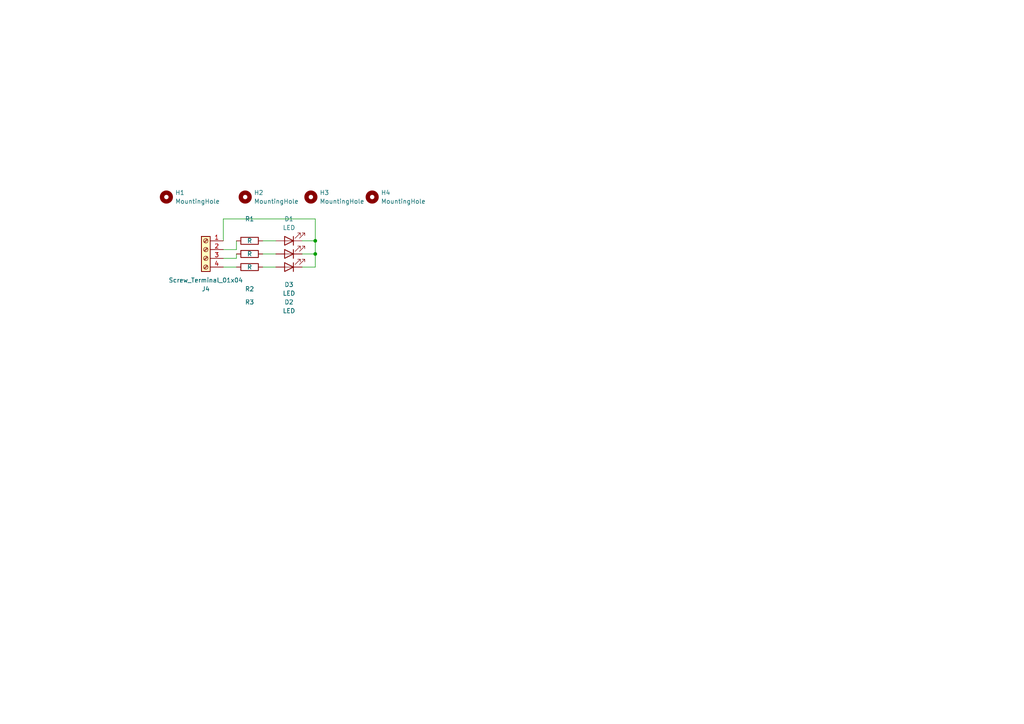
<source format=kicad_sch>
(kicad_sch (version 20230121) (generator eeschema)
  (paper "A4")
  (lib_symbols
    (symbol "Connector:Screw_Terminal_01x04" (pin_names (offset 1.016) hide)
      (property "Reference" "J" (at 0 5.08 0))
      (property "Value" "Screw_Terminal_01x04" (at 0 -7.62 0))
      (symbol "Screw_Terminal_01x04_1_1"
        (rectangle (start -1.27 3.81) (end 1.27 -6.35) (stroke (width 0.254)) (fill (type background)))
        (circle (center 0 -5.08) (radius 0.635) (stroke (width 0.1524)))
        (circle (center 0 -2.54) (radius 0.635) (stroke (width 0.1524)))
        (polyline (pts (xy -0.5334 -4.7498) (xy 0.3302 -5.588)) (stroke (width 0.1524)))
        (polyline (pts (xy -0.5334 -2.2098) (xy 0.3302 -3.048)) (stroke (width 0.1524)))
        (polyline (pts (xy -0.5334 0.3302) (xy 0.3302 -0.508)) (stroke (width 0.1524)))
        (polyline (pts (xy -0.5334 2.8702) (xy 0.3302 2.032)) (stroke (width 0.1524)))
        (polyline (pts (xy -0.3556 -4.572) (xy 0.508 -5.4102)) (stroke (width 0.1524)))
        (polyline (pts (xy -0.3556 -2.032) (xy 0.508 -2.8702)) (stroke (width 0.1524)))
        (polyline (pts (xy -0.3556 0.508) (xy 0.508 -0.3302)) (stroke (width 0.1524)))
        (polyline (pts (xy -0.3556 3.048) (xy 0.508 2.2098)) (stroke (width 0.1524)))
        (circle (center 0 0) (radius 0.635) (stroke (width 0.1524)))
        (circle (center 0 2.54) (radius 0.635) (stroke (width 0.1524)))
        (pin passive line (at -5.08 2.54 0) (length 3.81) (name "Pin_1") (number "1"))
        (pin passive line (at -5.08 0 0) (length 3.81) (name "Pin_2") (number "2"))
        (pin passive line (at -5.08 -2.54 0) (length 3.81) (name "Pin_3") (number "3"))
        (pin passive line (at -5.08 -5.08 0) (length 3.81) (name "Pin_4") (number "4"))
      )
    )
    (symbol "Device:LED" (pin_numbers hide) (pin_names (offset 1.016) hide)
      (property "Reference" "D" (at 0 2.54 0))
      (property "Value" "LED" (at 0 -2.54 0))
      (symbol "LED_0_1"
        (polyline (pts (xy -1.27 -1.27) (xy -1.27 1.27)) (stroke (width 0.254)))
        (polyline (pts (xy -1.27 0) (xy 1.27 0)))
        (polyline (pts (xy 1.27 -1.27) (xy 1.27 1.27) (xy -1.27 0) (xy 1.27 -1.27)) (stroke (width 0.254)))
        (polyline (pts (xy -3.048 -0.762) (xy -4.572 -2.286) (xy -3.81 -2.286) (xy -4.572 -2.286) (xy -4.572 -1.524)))
        (polyline (pts (xy -1.778 -0.762) (xy -3.302 -2.286) (xy -2.54 -2.286) (xy -3.302 -2.286) (xy -3.302 -1.524)))
      )
      (symbol "LED_1_1"
        (pin passive line (at -3.81 0 0) (length 2.54) (name "K") (number "1"))
        (pin passive line (at 3.81 0 180) (length 2.54) (name "A") (number "2"))
      )
    )
    (symbol "Device:R" (pin_numbers hide) (pin_names (offset 0))
      (property "Reference" "R" (at 2.032 0 90))
      (property "Value" "R" (at 0 0 90))
      (symbol "R_0_1"
        (rectangle (start -1.016 -2.54) (end 1.016 2.54) (stroke (width 0.254)))
      )
      (symbol "R_1_1"
        (pin passive line (at 0 3.81 270) (length 1.27) (name "~") (number "1"))
        (pin passive line (at 0 -3.81 90) (length 1.27) (name "~") (number "2"))
      )
    )
    (symbol "Mechanical:MountingHole" (pin_names (offset 1.016))
      (property "Reference" "H" (at 0 5.08 0))
      (property "Value" "MountingHole" (at 0 3.175 0))
      (symbol "MountingHole_0_1"
        (circle (center 0 0) (radius 1.27) (stroke (width 1.27)))
      )
    )
  )
  (junction (at 91.44 73.66))
  (junction (at 91.44 69.85))
  (wire (pts (xy 76.2 73.66) (xy 80.01 73.66)))
  (wire (pts (xy 91.44 77.47) (xy 91.44 73.66)))
  (wire (pts (xy 87.63 69.85) (xy 91.44 69.85)))
  (wire (pts (xy 64.77 63.5) (xy 64.77 69.85)))
  (wire (pts (xy 64.77 72.39) (xy 68.58 72.39)))
  (wire (pts (xy 68.58 72.39) (xy 68.58 69.85)))
  (wire (pts (xy 91.44 63.5) (xy 64.77 63.5)))
  (wire (pts (xy 64.77 74.93) (xy 68.58 74.93)))
  (wire (pts (xy 91.44 69.85) (xy 91.44 63.5)))
  (wire (pts (xy 64.77 77.47) (xy 68.58 77.47)))
  (wire (pts (xy 87.63 73.66) (xy 91.44 73.66)))
  (wire (pts (xy 91.44 73.66) (xy 91.44 69.85)))
  (wire (pts (xy 87.63 77.47) (xy 91.44 77.47)))
  (wire (pts (xy 76.2 69.85) (xy 80.01 69.85)))
  (wire (pts (xy 76.2 77.47) (xy 80.01 77.47)))
  (wire (pts (xy 68.58 74.93) (xy 68.58 73.66)))
  (symbol (lib_id "Device:R") (at 72.39 77.47 90) (unit 1)
    (property "Reference" "R3" (at 72.39 87.63 90))
    (property "Value" "R" (at 72.39 73.66 90))
    (property "Footprint" "Resistor_THT:R_Axial_DIN0204_L3.6mm_D1.6mm_P5.08mm_Horizontal" (effects hide))
  )
  (symbol (lib_id "Connector:Screw_Terminal_01x04") (at 59.69 72.39 0) (mirror y) (unit 1)
    (property "Reference" "J4" (at 59.69 83.82 0))
    (property "Value" "Screw_Terminal_01x04" (at 59.69 81.28 0))
    (property "Footprint" "TerminalBlock_Phoenix:TerminalBlock_Phoenix_MPT-0,5-4-2.54_1x04_P2.54mm_Horizontal" (effects hide))
  )
  (symbol (lib_id "Mechanical:MountingHole") (at 90.17 57.15 0) (unit 1)
    (property "Reference" "H3" (at 92.71 55.88 0) (effects (justify left)))
    (property "Value" "MountingHole" (at 92.71 58.42 0) (effects (justify left)))
    (property "Footprint" "MountingHole:MountingHole_2.5mm" (effects hide))
  )
  (symbol (lib_id "Mechanical:MountingHole") (at 48.26 57.15 0) (unit 1)
    (property "Reference" "H1" (at 50.8 55.88 0) (effects (justify left)))
    (property "Value" "MountingHole" (at 50.8 58.42 0) (effects (justify left)))
    (property "Footprint" "MountingHole:MountingHole_2.5mm" (effects hide))
  )
  (symbol (lib_id "Device:R") (at 72.39 69.85 90) (unit 1)
    (property "Reference" "R1" (at 72.39 63.5 90))
    (property "Value" "R" (at 72.39 77.47 90))
    (property "Footprint" "Resistor_THT:R_Axial_DIN0204_L3.6mm_D1.6mm_P5.08mm_Horizontal" (effects hide))
  )
  (symbol (lib_id "Device:LED") (at 83.82 69.85 180) (unit 1)
    (property "Reference" "D1" (at 83.82 63.5 0))
    (property "Value" "LED" (at 83.82 66.04 0))
    (property "Footprint" "LED_THT:LED_D3.0mm" (effects hide))
  )
  (symbol (lib_id "Mechanical:MountingHole") (at 107.95 57.15 0) (unit 1)
    (property "Reference" "H4" (at 110.49 55.88 0) (effects (justify left)))
    (property "Value" "MountingHole" (at 110.49 58.42 0) (effects (justify left)))
    (property "Footprint" "MountingHole:MountingHole_2.5mm" (effects hide))
  )
  (symbol (lib_id "Device:R") (at 72.39 73.66 90) (unit 1)
    (property "Reference" "R2" (at 72.39 83.82 90))
    (property "Value" "R" (at 72.39 69.85 90))
    (property "Footprint" "Resistor_THT:R_Axial_DIN0204_L3.6mm_D1.6mm_P5.08mm_Horizontal" (effects hide))
  )
  (symbol (lib_id "Device:LED") (at 83.82 73.66 180) (unit 1)
    (property "Reference" "D2" (at 83.82 87.63 0))
    (property "Value" "LED" (at 83.82 90.17 0))
    (property "Footprint" "LED_THT:LED_D3.0mm" (effects hide))
  )
  (symbol (lib_id "Mechanical:MountingHole") (at 71.12 57.15 0) (unit 1)
    (property "Reference" "H2" (at 73.66 55.88 0) (effects (justify left)))
    (property "Value" "MountingHole" (at 73.66 58.42 0) (effects (justify left)))
    (property "Footprint" "MountingHole:MountingHole_2.5mm" (effects hide))
  )
  (symbol (lib_id "Device:LED") (at 83.82 77.47 180) (unit 1)
    (property "Reference" "D3" (at 83.82 82.55 0))
    (property "Value" "LED" (at 83.82 85.09 0))
    (property "Footprint" "LED_THT:LED_D3.0mm" (effects hide))
  )
)
</source>
